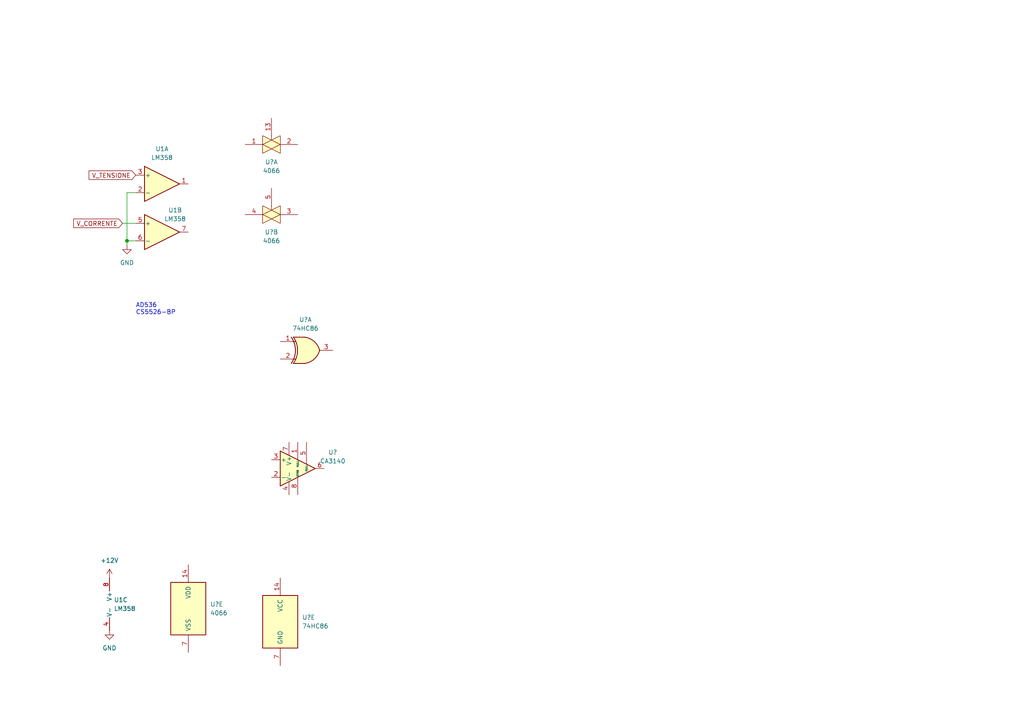
<source format=kicad_sch>
(kicad_sch (version 20211123) (generator eeschema)
  (paper "A4")
  (lib_symbols
    (symbol "4xxx:4066" (pin_names (offset 1.016))
      (property "Reference" "U" (at -7.62 8.89 0))
      (property "Value" "4066" (at -7.62 -8.89 0))
      (symbol "4066_1_0"
        (polyline (pts (xy 0 1.27) (xy 0 2.54)) (stroke (width 0.1524)))
        (polyline (pts (xy -2.54 0) (xy 2.54 2.54) (xy 2.54 -2.54) (xy -2.54 0)) (fill (type background)))
        (polyline (pts (xy -2.54 2.54) (xy 2.54 0) (xy -2.54 -2.54) (xy -2.54 2.54)) (fill (type background)))
        (pin passive line (at -7.62 0 0) (length 5.08) (name "~") (number "1"))
        (pin input line (at 0 7.62 270) (length 5.08) (name "~") (number "13"))
        (pin passive line (at 7.62 0 180) (length 5.08) (name "~") (number "2"))
      )
      (symbol "4066_2_0"
        (polyline (pts (xy 0 1.27) (xy 0 2.54)) (stroke (width 0.1524)))
        (polyline (pts (xy -2.54 0) (xy 2.54 2.54) (xy 2.54 -2.54) (xy -2.54 0)) (fill (type background)))
        (polyline (pts (xy -2.54 2.54) (xy 2.54 0) (xy -2.54 -2.54) (xy -2.54 2.54)) (fill (type background)))
        (pin passive line (at 7.62 0 180) (length 5.08) (name "~") (number "3"))
        (pin passive line (at -7.62 0 0) (length 5.08) (name "~") (number "4"))
        (pin input line (at 0 7.62 270) (length 5.08) (name "~") (number "5"))
      )
      (symbol "4066_3_0"
        (polyline (pts (xy 0 1.27) (xy 0 2.54)) (stroke (width 0.1524)))
        (polyline (pts (xy -2.54 0) (xy 2.54 2.54) (xy 2.54 -2.54) (xy -2.54 0)) (fill (type background)))
        (polyline (pts (xy -2.54 2.54) (xy 2.54 0) (xy -2.54 -2.54) (xy -2.54 2.54)) (fill (type background)))
        (pin input line (at 0 7.62 270) (length 5.08) (name "~") (number "6"))
        (pin passive line (at -7.62 0 0) (length 5.08) (name "~") (number "8"))
        (pin passive line (at 7.62 0 180) (length 5.08) (name "~") (number "9"))
      )
      (symbol "4066_4_0"
        (polyline (pts (xy 0 1.27) (xy 0 2.54)) (stroke (width 0.1524)))
        (polyline (pts (xy -2.54 0) (xy 2.54 2.54) (xy 2.54 -2.54) (xy -2.54 0)) (fill (type background)))
        (polyline (pts (xy -2.54 2.54) (xy 2.54 0) (xy -2.54 -2.54) (xy -2.54 2.54)) (fill (type background)))
        (pin passive line (at 7.62 0 180) (length 5.08) (name "~") (number "10"))
        (pin passive line (at -7.62 0 0) (length 5.08) (name "~") (number "11"))
        (pin input line (at 0 7.62 270) (length 5.08) (name "~") (number "12"))
      )
      (symbol "4066_5_0"
        (pin power_in line (at 0 12.7 270) (length 5.08) (name "VDD") (number "14"))
        (pin power_in line (at 0 -12.7 90) (length 5.08) (name "VSS") (number "7"))
      )
      (symbol "4066_5_1"
        (rectangle (start -5.08 7.62) (end 5.08 -7.62) (stroke (width 0.254)) (fill (type background)))
      )
    )
    (symbol "74xx:74HC86" (pin_names (offset 1.016))
      (property "Reference" "U" (at 0 1.27 0))
      (property "Value" "74HC86" (at 0 -1.27 0))
      (symbol "74HC86_1_0"
        (arc (start -4.4196 -3.81) (mid -3.2033 0) (end -4.4196 3.81) (stroke (width 0.254)))
        (arc (start -3.81 -3.81) (mid -2.589 0) (end -3.81 3.81) (stroke (width 0.254)))
        (arc (start -0.6096 -3.81) (mid 2.1842 -2.5851) (end 3.81 0) (stroke (width 0.254)) (fill (type background)))
        (polyline (pts (xy -3.81 -3.81) (xy -0.635 -3.81)) (stroke (width 0.254)) (fill (type background)))
        (polyline (pts (xy -3.81 3.81) (xy -0.635 3.81)) (stroke (width 0.254)) (fill (type background)))
        (polyline (pts (xy -0.635 3.81) (xy -3.81 3.81) (xy -3.81 3.81) (xy -3.556 3.4036) (xy -3.0226 2.2606) (xy -2.6924 1.0414) (xy -2.6162 -0.254) (xy -2.7686 -1.4986) (xy -3.175 -2.7178) (xy -3.81 -3.81) (xy -3.81 -3.81) (xy -0.635 -3.81)) (stroke (width -25.4)) (fill (type background)))
        (arc (start 3.81 0) (mid 2.1915 2.5936) (end -0.6096 3.81) (stroke (width 0.254)) (fill (type background)))
        (pin input line (at -7.62 2.54 0) (length 4.445) (name "~") (number "1"))
        (pin input line (at -7.62 -2.54 0) (length 4.445) (name "~") (number "2"))
        (pin output line (at 7.62 0 180) (length 3.81) (name "~") (number "3"))
      )
      (symbol "74HC86_1_1"
        (polyline (pts (xy -3.81 -2.54) (xy -3.175 -2.54)) (stroke (width 0.1524)))
        (polyline (pts (xy -3.81 2.54) (xy -3.175 2.54)) (stroke (width 0.1524)))
      )
      (symbol "74HC86_2_0"
        (arc (start -4.4196 -3.81) (mid -3.2033 0) (end -4.4196 3.81) (stroke (width 0.254)))
        (arc (start -3.81 -3.81) (mid -2.589 0) (end -3.81 3.81) (stroke (width 0.254)))
        (arc (start -0.6096 -3.81) (mid 2.1842 -2.5851) (end 3.81 0) (stroke (width 0.254)) (fill (type background)))
        (polyline (pts (xy -3.81 -3.81) (xy -0.635 -3.81)) (stroke (width 0.254)) (fill (type background)))
        (polyline (pts (xy -3.81 3.81) (xy -0.635 3.81)) (stroke (width 0.254)) (fill (type background)))
        (polyline (pts (xy -0.635 3.81) (xy -3.81 3.81) (xy -3.81 3.81) (xy -3.556 3.4036) (xy -3.0226 2.2606) (xy -2.6924 1.0414) (xy -2.6162 -0.254) (xy -2.7686 -1.4986) (xy -3.175 -2.7178) (xy -3.81 -3.81) (xy -3.81 -3.81) (xy -0.635 -3.81)) (stroke (width -25.4)) (fill (type background)))
        (arc (start 3.81 0) (mid 2.1915 2.5936) (end -0.6096 3.81) (stroke (width 0.254)) (fill (type background)))
        (pin input line (at -7.62 2.54 0) (length 4.445) (name "~") (number "4"))
        (pin input line (at -7.62 -2.54 0) (length 4.445) (name "~") (number "5"))
        (pin output line (at 7.62 0 180) (length 3.81) (name "~") (number "6"))
      )
      (symbol "74HC86_2_1"
        (polyline (pts (xy -3.81 -2.54) (xy -3.175 -2.54)) (stroke (width 0.1524)))
        (polyline (pts (xy -3.81 2.54) (xy -3.175 2.54)) (stroke (width 0.1524)))
      )
      (symbol "74HC86_3_0"
        (arc (start -4.4196 -3.81) (mid -3.2033 0) (end -4.4196 3.81) (stroke (width 0.254)))
        (arc (start -3.81 -3.81) (mid -2.589 0) (end -3.81 3.81) (stroke (width 0.254)))
        (arc (start -0.6096 -3.81) (mid 2.1842 -2.5851) (end 3.81 0) (stroke (width 0.254)) (fill (type background)))
        (polyline (pts (xy -3.81 -3.81) (xy -0.635 -3.81)) (stroke (width 0.254)) (fill (type background)))
        (polyline (pts (xy -3.81 3.81) (xy -0.635 3.81)) (stroke (width 0.254)) (fill (type background)))
        (polyline (pts (xy -0.635 3.81) (xy -3.81 3.81) (xy -3.81 3.81) (xy -3.556 3.4036) (xy -3.0226 2.2606) (xy -2.6924 1.0414) (xy -2.6162 -0.254) (xy -2.7686 -1.4986) (xy -3.175 -2.7178) (xy -3.81 -3.81) (xy -3.81 -3.81) (xy -0.635 -3.81)) (stroke (width -25.4)) (fill (type background)))
        (arc (start 3.81 0) (mid 2.1915 2.5936) (end -0.6096 3.81) (stroke (width 0.254)) (fill (type background)))
        (pin input line (at -7.62 -2.54 0) (length 4.445) (name "~") (number "10"))
        (pin output line (at 7.62 0 180) (length 3.81) (name "~") (number "8"))
        (pin input line (at -7.62 2.54 0) (length 4.445) (name "~") (number "9"))
      )
      (symbol "74HC86_3_1"
        (polyline (pts (xy -3.81 -2.54) (xy -3.175 -2.54)) (stroke (width 0.1524)))
        (polyline (pts (xy -3.81 2.54) (xy -3.175 2.54)) (stroke (width 0.1524)))
      )
      (symbol "74HC86_4_0"
        (arc (start -4.4196 -3.81) (mid -3.2033 0) (end -4.4196 3.81) (stroke (width 0.254)))
        (arc (start -3.81 -3.81) (mid -2.589 0) (end -3.81 3.81) (stroke (width 0.254)))
        (arc (start -0.6096 -3.81) (mid 2.1842 -2.5851) (end 3.81 0) (stroke (width 0.254)) (fill (type background)))
        (polyline (pts (xy -3.81 -3.81) (xy -0.635 -3.81)) (stroke (width 0.254)) (fill (type background)))
        (polyline (pts (xy -3.81 3.81) (xy -0.635 3.81)) (stroke (width 0.254)) (fill (type background)))
        (polyline (pts (xy -0.635 3.81) (xy -3.81 3.81) (xy -3.81 3.81) (xy -3.556 3.4036) (xy -3.0226 2.2606) (xy -2.6924 1.0414) (xy -2.6162 -0.254) (xy -2.7686 -1.4986) (xy -3.175 -2.7178) (xy -3.81 -3.81) (xy -3.81 -3.81) (xy -0.635 -3.81)) (stroke (width -25.4)) (fill (type background)))
        (arc (start 3.81 0) (mid 2.1915 2.5936) (end -0.6096 3.81) (stroke (width 0.254)) (fill (type background)))
        (pin output line (at 7.62 0 180) (length 3.81) (name "~") (number "11"))
        (pin input line (at -7.62 2.54 0) (length 4.445) (name "~") (number "12"))
        (pin input line (at -7.62 -2.54 0) (length 4.445) (name "~") (number "13"))
      )
      (symbol "74HC86_4_1"
        (polyline (pts (xy -3.81 -2.54) (xy -3.175 -2.54)) (stroke (width 0.1524)))
        (polyline (pts (xy -3.81 2.54) (xy -3.175 2.54)) (stroke (width 0.1524)))
      )
      (symbol "74HC86_5_0"
        (pin power_in line (at 0 12.7 270) (length 5.08) (name "VCC") (number "14"))
        (pin power_in line (at 0 -12.7 90) (length 5.08) (name "GND") (number "7"))
      )
      (symbol "74HC86_5_1"
        (rectangle (start -5.08 7.62) (end 5.08 -7.62) (stroke (width 0.254)) (fill (type background)))
      )
    )
    (symbol "Amplifier_Operational:CA3140" (pin_names (offset 0.127))
      (property "Reference" "U" (at 6.35 5.08 0))
      (property "Value" "CA3140" (at 6.35 2.54 0))
      (symbol "CA3140_0_1"
        (polyline (pts (xy -5.08 5.08) (xy 5.08 0) (xy -5.08 -5.08) (xy -5.08 5.08)) (stroke (width 0.254)) (fill (type background)))
      )
      (symbol "CA3140_1_1"
        (pin passive line (at 0 7.62 270) (length 5.08) (name "NULL") (number "1"))
        (pin input line (at -7.62 -2.54 0) (length 2.54) (name "-") (number "2"))
        (pin input line (at -7.62 2.54 0) (length 2.54) (name "+") (number "3"))
        (pin power_in line (at -2.54 -7.62 90) (length 3.81) (name "V-") (number "4"))
        (pin passive line (at 2.54 7.62 270) (length 6.35) (name "NULL") (number "5"))
        (pin output line (at 7.62 0 180) (length 2.54) (name "~") (number "6"))
        (pin power_in line (at -2.54 7.62 270) (length 3.81) (name "V+") (number "7"))
        (pin passive line (at 0 -7.62 90) (length 5.08) (name "STRB") (number "8"))
      )
    )
    (symbol "Amplifier_Operational:LM358" (pin_names (offset 0.127))
      (property "Reference" "U" (at 0 5.08 0))
      (property "Value" "LM358" (at 0 -5.08 0))
      (symbol "LM358_1_1"
        (polyline (pts (xy -5.08 5.08) (xy 5.08 0) (xy -5.08 -5.08) (xy -5.08 5.08)) (stroke (width 0.254)) (fill (type background)))
        (pin output line (at 7.62 0 180) (length 2.54) (name "~") (number "1"))
        (pin input line (at -7.62 -2.54 0) (length 2.54) (name "-") (number "2"))
        (pin input line (at -7.62 2.54 0) (length 2.54) (name "+") (number "3"))
      )
      (symbol "LM358_2_1"
        (polyline (pts (xy -5.08 5.08) (xy 5.08 0) (xy -5.08 -5.08) (xy -5.08 5.08)) (stroke (width 0.254)) (fill (type background)))
        (pin input line (at -7.62 2.54 0) (length 2.54) (name "+") (number "5"))
        (pin input line (at -7.62 -2.54 0) (length 2.54) (name "-") (number "6"))
        (pin output line (at 7.62 0 180) (length 2.54) (name "~") (number "7"))
      )
      (symbol "LM358_3_1"
        (pin power_in line (at -2.54 -7.62 90) (length 3.81) (name "V-") (number "4"))
        (pin power_in line (at -2.54 7.62 270) (length 3.81) (name "V+") (number "8"))
      )
    )
    (symbol "power:+12V" (power) (pin_names (offset 0))
      (property "Value" "+12V" (at 0 3.556 0))
      (symbol "+12V_0_1"
        (polyline (pts (xy -0.762 1.27) (xy 0 2.54)))
        (polyline (pts (xy 0 0) (xy 0 2.54)))
        (polyline (pts (xy 0 2.54) (xy 0.762 1.27)))
      )
      (symbol "+12V_1_1"
        (pin power_in line (at 0 0 90) (length 0) hide (name "+12V") (number "1"))
      )
    )
    (symbol "power:GND" (power) (pin_names (offset 0))
      (property "Value" "GND" (at 0 -3.81 0))
      (symbol "GND_0_1"
        (polyline (pts (xy 0 0) (xy 0 -1.27) (xy 1.27 -1.27) (xy 0 -2.54) (xy -1.27 -1.27) (xy 0 -1.27)))
      )
      (symbol "GND_1_1"
        (pin power_in line (at 0 0 270) (length 0) hide (name "GND") (number "1"))
      )
    )
  )
  (junction (at 36.83 69.85))
  (wire (pts (xy 36.83 55.88) (xy 36.83 69.85)))
  (wire (pts (xy 36.83 69.85) (xy 39.37 69.85)))
  (wire (pts (xy 39.37 55.88) (xy 36.83 55.88)))
  (wire (pts (xy 36.83 69.85) (xy 36.83 71.12)))
  (wire (pts (xy 35.56 64.77) (xy 39.37 64.77)))
  (text "AD536\nCS5526-BP" (at 39.37 91.44 0) (effects (font (size 1.27 1.27)) (justify left bottom)))
  (global_label "V_TENSIONE" (shape input) (at 39.37 50.8 180) (property "Riferimenti inter-foglio" "${INTERSHEET_REFS}" (effects hide)))
  (global_label "V_CORRENTE" (shape input) (at 35.56 64.77 180) (property "Riferimenti inter-foglio" "${INTERSHEET_REFS}" (effects hide)))
  (symbol (lib_id "4xxx:4066") (at 78.74 41.91 0) (unit 1)
    (property "Reference" "U?" (at 78.74 46.99 0))
    (property "Value" "4066" (at 78.74 49.53 0))
    (property "Datasheet" "http://www.ti.com/lit/ds/symlink/cd4066b.pdf" (effects hide))
  )
  (symbol (lib_id "Amplifier_Operational:LM358") (at 46.99 53.34 0) (unit 1)
    (property "Reference" "U1" (at 46.99 43.18 0))
    (property "Value" "LM358" (at 46.99 45.72 0))
    (property "Datasheet" "http://www.ti.com/lit/ds/symlink/lm2904-n.pdf" (effects hide))
  )
  (symbol (lib_id "power:GND") (at 36.83 71.12 0) (unit 1)
    (property "Reference" "#PWR?" (effects hide))
    (property "Value" "GND" (at 36.83 76.2 0))
  )
  (symbol (lib_id "power:+12V") (at 31.75 167.64 0) (unit 1)
    (property "Reference" "#PWR?" (effects hide))
    (property "Value" "+12V" (at 31.75 162.56 0))
  )
  (symbol (lib_id "Amplifier_Operational:LM358") (at 46.99 67.31 0) (unit 2)
    (property "Reference" "U1" (at 50.8 60.96 0))
    (property "Value" "LM358" (at 50.8 63.5 0))
    (property "Datasheet" "http://www.ti.com/lit/ds/symlink/lm2904-n.pdf" (effects hide))
  )
  (symbol (lib_id "4xxx:4066") (at 78.74 62.23 0) (unit 2)
    (property "Reference" "U?" (at 78.74 67.31 0))
    (property "Value" "4066" (at 78.74 69.85 0))
    (property "Datasheet" "http://www.ti.com/lit/ds/symlink/cd4066b.pdf" (effects hide))
  )
  (symbol (lib_id "74xx:74HC86") (at 81.28 180.34 0) (unit 5)
    (property "Reference" "U?" (at 87.63 179.0699 0) (effects (justify left)))
    (property "Value" "74HC86" (at 87.63 181.6099 0) (effects (justify left)))
    (property "Datasheet" "http://www.ti.com/lit/gpn/sn74HC86" (effects hide))
  )
  (symbol (lib_id "4xxx:4066") (at 54.61 176.53 0) (unit 5)
    (property "Reference" "U?" (at 60.96 175.2599 0) (effects (justify left)))
    (property "Value" "4066" (at 60.96 177.7999 0) (effects (justify left)))
    (property "Datasheet" "http://www.ti.com/lit/ds/symlink/cd4066b.pdf" (effects hide))
  )
  (symbol (lib_id "power:GND") (at 31.75 182.88 0) (unit 1)
    (property "Reference" "#PWR?" (effects hide))
    (property "Value" "GND" (at 31.75 187.96 0))
  )
  (symbol (lib_id "Amplifier_Operational:LM358") (at 34.29 175.26 0) (unit 3)
    (property "Reference" "U1" (at 33.02 173.9899 0) (effects (justify left)))
    (property "Value" "LM358" (at 33.02 176.5299 0) (effects (justify left)))
    (property "Datasheet" "http://www.ti.com/lit/ds/symlink/lm2904-n.pdf" (effects hide))
  )
  (symbol (lib_id "Amplifier_Operational:CA3140") (at 86.36 135.89 0) (unit 1)
    (property "Reference" "U?" (at 96.52 131.191 0))
    (property "Value" "CA3140" (at 96.52 133.731 0))
    (property "Datasheet" "http://www.intersil.com/content/dam/intersil/documents/ca31/ca3140-a.pdf" (effects hide))
  )
  (symbol (lib_id "74xx:74HC86") (at 88.9 101.6 0) (unit 1)
    (property "Reference" "U?" (at 88.5952 92.71 0))
    (property "Value" "74HC86" (at 88.5952 95.25 0))
    (property "Datasheet" "http://www.ti.com/lit/gpn/sn74HC86" (effects hide))
  )
)
</source>
